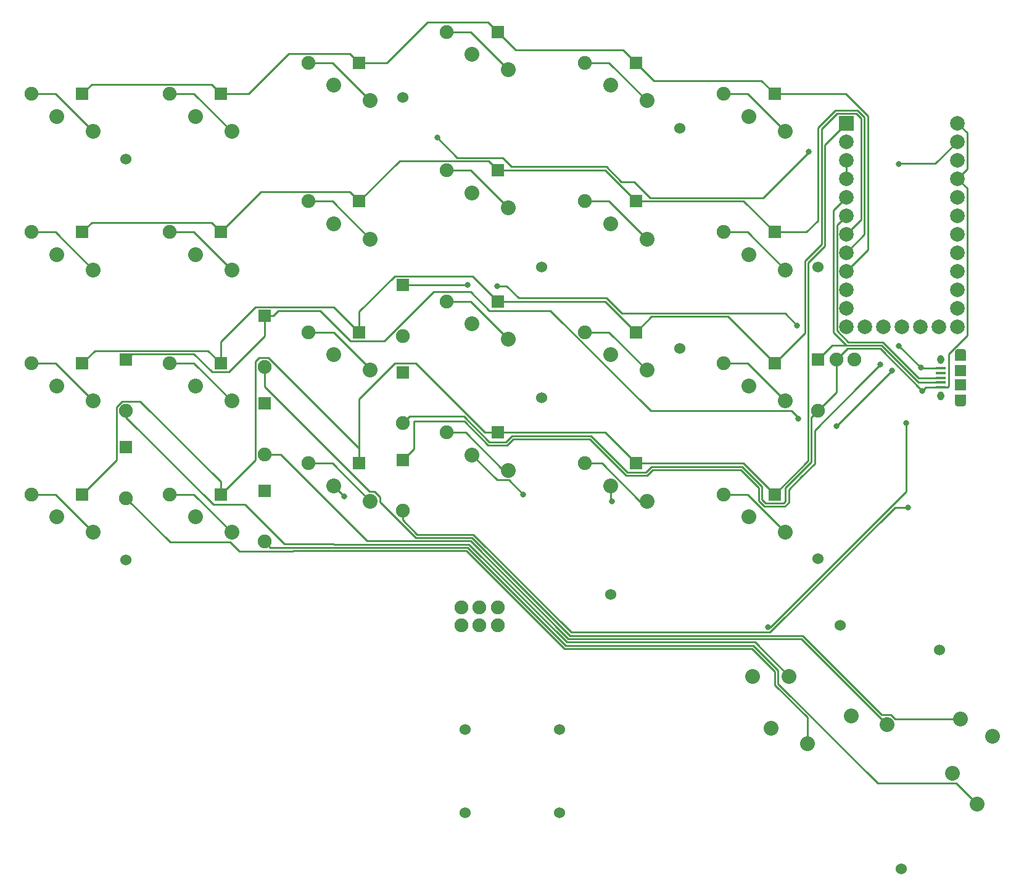
<source format=gbr>
%TF.GenerationSoftware,KiCad,Pcbnew,(6.0.4)*%
%TF.CreationDate,2023-12-12T22:20:10-08:00*%
%TF.ProjectId,keyboard,6b657962-6f61-4726-942e-6b696361645f,v1.0.0*%
%TF.SameCoordinates,Original*%
%TF.FileFunction,Copper,L1,Top*%
%TF.FilePolarity,Positive*%
%FSLAX46Y46*%
G04 Gerber Fmt 4.6, Leading zero omitted, Abs format (unit mm)*
G04 Created by KiCad (PCBNEW (6.0.4)) date 2023-12-12 22:20:10*
%MOMM*%
%LPD*%
G01*
G04 APERTURE LIST*
%TA.AperFunction,ComponentPad*%
%ADD10C,2.032000*%
%TD*%
%TA.AperFunction,ComponentPad*%
%ADD11C,1.524000*%
%TD*%
%TA.AperFunction,ComponentPad*%
%ADD12C,1.905000*%
%TD*%
%TA.AperFunction,ComponentPad*%
%ADD13R,1.778000X1.778000*%
%TD*%
%TA.AperFunction,SMDPad,CuDef*%
%ADD14R,1.350000X0.400000*%
%TD*%
%TA.AperFunction,SMDPad,CuDef*%
%ADD15R,1.550000X1.200000*%
%TD*%
%TA.AperFunction,SMDPad,CuDef*%
%ADD16R,1.550000X1.500000*%
%TD*%
%TA.AperFunction,ComponentPad*%
%ADD17O,1.550000X0.890000*%
%TD*%
%TA.AperFunction,ComponentPad*%
%ADD18O,0.950000X1.250000*%
%TD*%
%TA.AperFunction,ComponentPad*%
%ADD19R,2.000000X2.000000*%
%TD*%
%TA.AperFunction,ComponentPad*%
%ADD20C,2.000000*%
%TD*%
%TA.AperFunction,ViaPad*%
%ADD21C,0.800000*%
%TD*%
%TA.AperFunction,Conductor*%
%ADD22C,0.250000*%
%TD*%
G04 APERTURE END LIST*
D10*
%TO.P,M2,1*%
%TO.N,B5*%
X259074261Y-171395195D03*
%TO.P,M2,2*%
%TO.N,mm_diode*%
X263925739Y-172604805D03*
%TD*%
D11*
%TO.P,,1*%
%TO.N,N/C*%
X159500000Y-150000000D03*
%TD*%
D12*
%TO.P,D28,1*%
%TO.N,inner_thumb*%
X159500000Y-141500000D03*
D13*
%TO.P,D28,2*%
%TO.N,F0*%
X159500000Y-134500000D03*
%TD*%
D11*
%TO.P,,1*%
%TO.N,N/C*%
X265888002Y-192459980D03*
%TD*%
D10*
%TO.P,S6,1*%
%TO.N,pinky_home*%
X174000000Y-128200000D03*
%TO.P,S6,2*%
%TO.N,C7*%
X169000000Y-126100000D03*
%TD*%
D12*
%TO.P,D16,1*%
%TO.N,middle_nums*%
X203500000Y-77500000D03*
D13*
%TO.P,D16,2*%
%TO.N,D7*%
X210500000Y-77500000D03*
%TD*%
D10*
%TO.P,S21,1*%
%TO.N,inner_bottom*%
X250000000Y-146200000D03*
%TO.P,S21,2*%
%TO.N,E6*%
X245000000Y-144100000D03*
%TD*%
%TO.P,S1,1*%
%TO.N,outer_bottom*%
X155000000Y-146200000D03*
%TO.P,S1,2*%
%TO.N,F1*%
X150000000Y-144100000D03*
%TD*%
D12*
%TO.P,D20,1*%
%TO.N,index_nums*%
X222500000Y-81750000D03*
D13*
%TO.P,D20,2*%
%TO.N,D7*%
X229500000Y-81750000D03*
%TD*%
D12*
%TO.P,D36,1*%
%TO.N,VCC*%
X254500000Y-129500000D03*
D13*
%TO.P,D36,2*%
%TO.N,D1*%
X254500000Y-122500000D03*
%TD*%
D12*
%TO.P,D17,1*%
%TO.N,index_bottom*%
X222500000Y-136750000D03*
D13*
%TO.P,D17,2*%
%TO.N,D3*%
X229500000Y-136750000D03*
%TD*%
D12*
%TO.P,D7,1*%
%TO.N,pinky_top*%
X165500000Y-105000000D03*
D13*
%TO.P,D7,2*%
%TO.N,C6*%
X172500000Y-105000000D03*
%TD*%
D12*
%TO.P,D35,0*%
%TO.N,B5*%
X205500000Y-159000000D03*
%TO.P,D35,1*%
%TO.N,B7*%
X208000000Y-159000000D03*
%TO.P,D35,2*%
%TO.N,C7*%
X210500000Y-159000000D03*
%TO.P,D35,3*%
%TO.N,B4*%
X205500000Y-156500000D03*
%TO.P,D35,4*%
%TO.N,E6*%
X208000000Y-156500000D03*
%TO.P,D35,5*%
%TO.N,B6*%
X210500000Y-156500000D03*
%TD*%
D11*
%TO.P,,1*%
%TO.N,N/C*%
X254500000Y-149800000D03*
%TD*%
D12*
%TO.P,D30,1*%
%TO.N,mm_diode*%
X178500000Y-135500000D03*
D13*
%TO.P,D30,2*%
%TO.N,F0*%
X178500000Y-128500000D03*
%TD*%
D11*
%TO.P,,1*%
%TO.N,N/C*%
X206000000Y-184700000D03*
%TD*%
%TO.P,,1*%
%TO.N,N/C*%
X235500000Y-121000000D03*
%TD*%
D12*
%TO.P,D8,1*%
%TO.N,pinky_nums*%
X165500000Y-86000000D03*
D13*
%TO.P,D8,2*%
%TO.N,D7*%
X172500000Y-86000000D03*
%TD*%
D10*
%TO.P,S22,1*%
%TO.N,inner_home*%
X250000000Y-128200000D03*
%TO.P,S22,2*%
%TO.N,E6*%
X245000000Y-126100000D03*
%TD*%
%TO.P,S16,1*%
%TO.N,middle_nums*%
X212000000Y-82700000D03*
%TO.P,S16,2*%
%TO.N,B5*%
X207000000Y-80600000D03*
%TD*%
D12*
%TO.P,D15,1*%
%TO.N,middle_top*%
X203500000Y-96500000D03*
D13*
%TO.P,D15,2*%
%TO.N,C6*%
X210500000Y-96500000D03*
%TD*%
D10*
%TO.P,S7,1*%
%TO.N,pinky_top*%
X174000000Y-110200000D03*
%TO.P,S7,2*%
%TO.N,C7*%
X169000000Y-108100000D03*
%TD*%
D12*
%TO.P,D33,1*%
%TO.N,VCC*%
X197500000Y-131250000D03*
D13*
%TO.P,D33,2*%
%TO.N,D2*%
X197500000Y-124250000D03*
%TD*%
D11*
%TO.P,,1*%
%TO.N,N/C*%
X219000000Y-173300000D03*
%TD*%
D10*
%TO.P,S11,1*%
%TO.N,ring_top*%
X193000000Y-105950000D03*
%TO.P,S11,2*%
%TO.N,B7*%
X188000000Y-103850000D03*
%TD*%
%TO.P,S23,1*%
%TO.N,inner_top*%
X250000000Y-110200000D03*
%TO.P,S23,2*%
%TO.N,E6*%
X245000000Y-108100000D03*
%TD*%
D14*
%TO.P,,1*%
%TO.N,VCC*%
X271315000Y-126300000D03*
%TO.P,,2*%
%TO.N,D1*%
X271315000Y-125650000D03*
%TO.P,,3*%
%TO.N,D0*%
X271315000Y-125000000D03*
%TO.P,,4*%
%TO.N,N/C*%
X271315000Y-124350000D03*
%TO.P,,5*%
%TO.N,GND*%
X271315000Y-123700000D03*
D15*
%TO.P,,6*%
%TO.N,N/C*%
X274015000Y-127900000D03*
D16*
X274015000Y-124000000D03*
X274015000Y-126000000D03*
D17*
X274015000Y-128500000D03*
D18*
X271315000Y-122500000D03*
X271315000Y-127500000D03*
D15*
X274015000Y-122100000D03*
D17*
X274015000Y-121500000D03*
%TD*%
D10*
%TO.P,S18,1*%
%TO.N,index_home*%
X231000000Y-123950000D03*
%TO.P,S18,2*%
%TO.N,B4*%
X226000000Y-121850000D03*
%TD*%
%TO.P,S13,1*%
%TO.N,middle_bottom*%
X212000000Y-137700000D03*
%TO.P,S13,2*%
%TO.N,B5*%
X207000000Y-135600000D03*
%TD*%
D12*
%TO.P,D21,1*%
%TO.N,inner_bottom*%
X241500000Y-141000000D03*
D13*
%TO.P,D21,2*%
%TO.N,D3*%
X248500000Y-141000000D03*
%TD*%
D10*
%TO.P,S10,1*%
%TO.N,ring_home*%
X193000000Y-123950000D03*
%TO.P,S10,2*%
%TO.N,B7*%
X188000000Y-121850000D03*
%TD*%
D12*
%TO.P,D22,1*%
%TO.N,inner_home*%
X241500000Y-123000000D03*
D13*
%TO.P,D22,2*%
%TO.N,D4*%
X248500000Y-123000000D03*
%TD*%
D11*
%TO.P,,1*%
%TO.N,N/C*%
X216500000Y-127750000D03*
%TD*%
D10*
%TO.P,S19,1*%
%TO.N,index_top*%
X231000000Y-105950000D03*
%TO.P,S19,2*%
%TO.N,B4*%
X226000000Y-103850000D03*
%TD*%
D12*
%TO.P,D12,1*%
%TO.N,ring_nums*%
X184500000Y-81750000D03*
D13*
%TO.P,D12,2*%
%TO.N,D7*%
X191500000Y-81750000D03*
%TD*%
D11*
%TO.P,,1*%
%TO.N,N/C*%
X206000000Y-173300000D03*
%TD*%
%TO.P,,1*%
%TO.N,N/C*%
X254500000Y-109750000D03*
%TD*%
D10*
%TO.P,S4,1*%
%TO.N,outer_nums*%
X155000000Y-91200000D03*
%TO.P,S4,2*%
%TO.N,F1*%
X150000000Y-89100000D03*
%TD*%
%TO.P,S20,1*%
%TO.N,index_nums*%
X231000000Y-86950000D03*
%TO.P,S20,2*%
%TO.N,B4*%
X226000000Y-84850000D03*
%TD*%
%TO.P,S9,1*%
%TO.N,ring_bottom*%
X193000000Y-141950000D03*
%TO.P,S9,2*%
%TO.N,B7*%
X188000000Y-139850000D03*
%TD*%
D12*
%TO.P,D19,1*%
%TO.N,index_top*%
X222500000Y-100750000D03*
D13*
%TO.P,D19,2*%
%TO.N,C6*%
X229500000Y-100750000D03*
%TD*%
D11*
%TO.P,,1*%
%TO.N,N/C*%
X257500000Y-159000000D03*
%TD*%
D10*
%TO.P,S17,1*%
%TO.N,index_bottom*%
X231000000Y-141950000D03*
%TO.P,S17,2*%
%TO.N,B4*%
X226000000Y-139850000D03*
%TD*%
D12*
%TO.P,REF\u002A\u002A,1*%
%TO.N,VCC*%
X257000000Y-122500000D03*
%TD*%
D10*
%TO.P,S24,1*%
%TO.N,inner_nums*%
X250000000Y-91200000D03*
%TO.P,S24,2*%
%TO.N,E6*%
X245000000Y-89100000D03*
%TD*%
D12*
%TO.P,D1,1*%
%TO.N,outer_bottom*%
X146500000Y-141000000D03*
D13*
%TO.P,D1,2*%
%TO.N,D3*%
X153500000Y-141000000D03*
%TD*%
D10*
%TO.P,M3,1*%
%TO.N,mr_diode*%
X274009007Y-171861454D03*
%TO.P,M3,2*%
%TO.N,E6*%
X278423745Y-174208812D03*
%TD*%
%TO.P,S25,1*%
%TO.N,inner_thumb*%
X253000000Y-175200000D03*
%TO.P,S25,2*%
%TO.N,B7*%
X248000000Y-173100000D03*
%TD*%
%TO.P,S2,1*%
%TO.N,outer_home*%
X155000000Y-128200000D03*
%TO.P,S2,2*%
%TO.N,F1*%
X150000000Y-126100000D03*
%TD*%
D11*
%TO.P,,1*%
%TO.N,N/C*%
X197500000Y-86500000D03*
%TD*%
%TO.P,,1*%
%TO.N,N/C*%
X216500000Y-109750000D03*
%TD*%
D10*
%TO.P,S3,1*%
%TO.N,outer_top*%
X155000000Y-110200000D03*
%TO.P,S3,2*%
%TO.N,F1*%
X150000000Y-108100000D03*
%TD*%
%TO.P,S14,1*%
%TO.N,middle_home*%
X212000000Y-119700000D03*
%TO.P,S14,2*%
%TO.N,B5*%
X207000000Y-117600000D03*
%TD*%
D12*
%TO.P,D11,1*%
%TO.N,ring_top*%
X184500000Y-100750000D03*
D13*
%TO.P,D11,2*%
%TO.N,C6*%
X191500000Y-100750000D03*
%TD*%
D11*
%TO.P,,1*%
%TO.N,N/C*%
X235500000Y-90750000D03*
%TD*%
D10*
%TO.P,M1,1*%
%TO.N,C7*%
X245500000Y-166000000D03*
%TO.P,M1,2*%
%TO.N,ml_diode*%
X250500000Y-166000000D03*
%TD*%
%TO.P,S5,1*%
%TO.N,pinky_bottom*%
X174000000Y-146200000D03*
%TO.P,S5,2*%
%TO.N,C7*%
X169000000Y-144100000D03*
%TD*%
%TO.P,S26,1*%
%TO.N,far_thumb*%
X276311976Y-183505609D03*
%TO.P,S26,2*%
%TO.N,B4*%
X272883128Y-179304061D03*
%TD*%
D12*
%TO.P,D31,1*%
%TO.N,far_thumb*%
X178500000Y-147500000D03*
D13*
%TO.P,D31,2*%
%TO.N,F0*%
X178500000Y-140500000D03*
%TD*%
D12*
%TO.P,D6,1*%
%TO.N,pinky_home*%
X165500000Y-123000000D03*
D13*
%TO.P,D6,2*%
%TO.N,D4*%
X172500000Y-123000000D03*
%TD*%
D12*
%TO.P,D9,1*%
%TO.N,ring_bottom*%
X184500000Y-136750000D03*
D13*
%TO.P,D9,2*%
%TO.N,D3*%
X191500000Y-136750000D03*
%TD*%
D19*
%TO.P,,1*%
%TO.N,D3*%
X258380000Y-90030000D03*
D20*
%TO.P,,2*%
%TO.N,D2*%
X258380000Y-92570000D03*
%TO.P,,3*%
%TO.N,GND*%
X258380000Y-95110000D03*
%TO.P,,4*%
X258380000Y-97650000D03*
%TO.P,,5*%
%TO.N,D1*%
X258380000Y-100190000D03*
%TO.P,,6*%
%TO.N,D0*%
X258380000Y-102730000D03*
%TO.P,,7*%
%TO.N,D4*%
X258380000Y-105270000D03*
%TO.P,,8*%
%TO.N,C6*%
X258380000Y-107810000D03*
%TO.P,,9*%
%TO.N,D7*%
X258380000Y-110350000D03*
%TO.P,,10*%
%TO.N,E6*%
X258380000Y-112890000D03*
%TO.P,,11*%
%TO.N,B4*%
X258380000Y-115430000D03*
%TO.P,,12*%
%TO.N,B5*%
X258380000Y-117970000D03*
%TO.P,,13*%
%TO.N,B6*%
X273620000Y-117970000D03*
%TO.P,,14*%
%TO.N,B2*%
X273620000Y-115430000D03*
%TO.P,,15*%
%TO.N,B3*%
X273620000Y-112890000D03*
%TO.P,,16*%
%TO.N,B1*%
X273620000Y-110350000D03*
%TO.P,,17*%
%TO.N,F7*%
X273620000Y-107810000D03*
%TO.P,,18*%
%TO.N,F6*%
X273620000Y-105270000D03*
%TO.P,,19*%
%TO.N,F5*%
X273620000Y-102730000D03*
%TO.P,,20*%
%TO.N,F4*%
X273620000Y-100190000D03*
%TO.P,,21*%
%TO.N,VCC*%
X273620000Y-97650000D03*
%TO.P,,22*%
%TO.N,RST*%
X273620000Y-95110000D03*
%TO.P,,23*%
%TO.N,GND*%
X273620000Y-92570000D03*
%TO.P,,24*%
%TO.N,VCC*%
X273620000Y-90030000D03*
%TO.P,,25*%
%TO.N,B7*%
X260920000Y-117970000D03*
%TO.P,,26*%
%TO.N,D5*%
X263460000Y-117970000D03*
%TO.P,,27*%
%TO.N,C7*%
X266000000Y-117970000D03*
%TO.P,,28*%
%TO.N,F1*%
X268540000Y-117970000D03*
%TO.P,,29*%
%TO.N,F0*%
X271080000Y-117970000D03*
%TD*%
D10*
%TO.P,S15,1*%
%TO.N,middle_top*%
X212000000Y-101700000D03*
%TO.P,S15,2*%
%TO.N,B5*%
X207000000Y-99600000D03*
%TD*%
D12*
%TO.P,D13,1*%
%TO.N,middle_bottom*%
X203500000Y-132500000D03*
D13*
%TO.P,D13,2*%
%TO.N,D3*%
X210500000Y-132500000D03*
%TD*%
D12*
%TO.P,D4,1*%
%TO.N,outer_nums*%
X146500000Y-86000000D03*
D13*
%TO.P,D4,2*%
%TO.N,D7*%
X153500000Y-86000000D03*
%TD*%
D12*
%TO.P,D32,1*%
%TO.N,trackpoint_reset*%
X197500000Y-143250000D03*
D13*
%TO.P,D32,2*%
%TO.N,GND*%
X197500000Y-136250000D03*
%TD*%
D12*
%TO.P,D3,1*%
%TO.N,outer_top*%
X146500000Y-105000000D03*
D13*
%TO.P,D3,2*%
%TO.N,C6*%
X153500000Y-105000000D03*
%TD*%
D11*
%TO.P,,1*%
%TO.N,N/C*%
X159500000Y-95000000D03*
%TD*%
%TO.P,,1*%
%TO.N,N/C*%
X219000000Y-184700000D03*
%TD*%
D12*
%TO.P,D24,1*%
%TO.N,inner_nums*%
X241500000Y-86000000D03*
D13*
%TO.P,D24,2*%
%TO.N,D7*%
X248500000Y-86000000D03*
%TD*%
D12*
%TO.P,D10,1*%
%TO.N,ring_home*%
X184500000Y-118750000D03*
D13*
%TO.P,D10,2*%
%TO.N,D4*%
X191500000Y-118750000D03*
%TD*%
D12*
%TO.P,D27,1*%
%TO.N,ml_diode*%
X159500000Y-129500000D03*
D13*
%TO.P,D27,2*%
%TO.N,F0*%
X159500000Y-122500000D03*
%TD*%
D12*
%TO.P,D29,1*%
%TO.N,mr_diode*%
X178500000Y-123500000D03*
D13*
%TO.P,D29,2*%
%TO.N,F0*%
X178500000Y-116500000D03*
%TD*%
D11*
%TO.P,,1*%
%TO.N,N/C*%
X226000000Y-154750000D03*
%TD*%
D12*
%TO.P,D23,1*%
%TO.N,inner_top*%
X241500000Y-105000000D03*
D13*
%TO.P,D23,2*%
%TO.N,C6*%
X248500000Y-105000000D03*
%TD*%
D12*
%TO.P,D14,1*%
%TO.N,middle_home*%
X203500000Y-114500000D03*
D13*
%TO.P,D14,2*%
%TO.N,D4*%
X210500000Y-114500000D03*
%TD*%
D12*
%TO.P,D18,1*%
%TO.N,index_home*%
X222500000Y-118750000D03*
D13*
%TO.P,D18,2*%
%TO.N,D4*%
X229500000Y-118750000D03*
%TD*%
D10*
%TO.P,S12,1*%
%TO.N,ring_nums*%
X193000000Y-86950000D03*
%TO.P,S12,2*%
%TO.N,B7*%
X188000000Y-84850000D03*
%TD*%
D12*
%TO.P,D2,1*%
%TO.N,outer_home*%
X146500000Y-123000000D03*
D13*
%TO.P,D2,2*%
%TO.N,D4*%
X153500000Y-123000000D03*
%TD*%
D12*
%TO.P,D5,1*%
%TO.N,pinky_bottom*%
X165500000Y-141000000D03*
D13*
%TO.P,D5,2*%
%TO.N,D3*%
X172500000Y-141000000D03*
%TD*%
D10*
%TO.P,S8,1*%
%TO.N,pinky_nums*%
X174000000Y-91200000D03*
%TO.P,S8,2*%
%TO.N,C7*%
X169000000Y-89100000D03*
%TD*%
D11*
%TO.P,,1*%
%TO.N,N/C*%
X271114675Y-162394520D03*
%TD*%
D12*
%TO.P,D34,1*%
%TO.N,VCC*%
X197500000Y-119250000D03*
D13*
%TO.P,D34,2*%
%TO.N,D5*%
X197500000Y-112250000D03*
%TD*%
D12*
%TO.P,REF\u002A\u002A,1*%
%TO.N,trackpoint_reset*%
X259500000Y-122500000D03*
%TD*%
D21*
%TO.N,B7*%
X189485184Y-141285184D03*
%TO.N,B5*%
X214000000Y-141000000D03*
%TO.N,B4*%
X226214461Y-141985539D03*
%TO.N,F0*%
X251800000Y-130600000D03*
X257000000Y-131600000D03*
X264600000Y-124000000D03*
%TO.N,GND*%
X268600000Y-123600000D03*
X265601161Y-95626739D03*
X263000000Y-123200000D03*
X265600000Y-120600000D03*
%TO.N,VCC*%
X268800000Y-126800000D03*
%TO.N,D2*%
X253200000Y-94000000D03*
X202200000Y-92000000D03*
%TO.N,D5*%
X251600000Y-117800000D03*
X210400000Y-112400000D03*
X206350000Y-112250000D03*
%TO.N,B6*%
X247592570Y-159218550D03*
X266600000Y-131200000D03*
%TO.N,trackpoint_reset*%
X266800000Y-142800000D03*
%TD*%
D22*
%TO.N,outer_bottom*%
X146500000Y-141000000D02*
X149800000Y-141000000D01*
X149800000Y-141000000D02*
X155000000Y-146200000D01*
%TO.N,outer_home*%
X149800000Y-123000000D02*
X155000000Y-128200000D01*
X146500000Y-123000000D02*
X149800000Y-123000000D01*
%TO.N,outer_top*%
X149800000Y-105000000D02*
X155000000Y-110200000D01*
X146500000Y-105000000D02*
X149800000Y-105000000D01*
%TO.N,outer_nums*%
X149800000Y-86000000D02*
X155000000Y-91200000D01*
X146500000Y-86000000D02*
X149800000Y-86000000D01*
%TO.N,pinky_bottom*%
X165500000Y-141000000D02*
X168800000Y-141000000D01*
X168800000Y-141000000D02*
X174000000Y-146200000D01*
%TO.N,pinky_home*%
X165500000Y-123000000D02*
X168800000Y-123000000D01*
X168800000Y-123000000D02*
X174000000Y-128200000D01*
%TO.N,pinky_top*%
X168800000Y-105000000D02*
X174000000Y-110200000D01*
X165500000Y-105000000D02*
X168800000Y-105000000D01*
%TO.N,pinky_nums*%
X168800000Y-86000000D02*
X174000000Y-91200000D01*
X165500000Y-86000000D02*
X168800000Y-86000000D01*
%TO.N,ring_bottom*%
X184500000Y-136750000D02*
X187800000Y-136750000D01*
X187800000Y-136750000D02*
X193000000Y-141950000D01*
%TO.N,B7*%
X189435184Y-141285184D02*
X188000000Y-139850000D01*
X189485184Y-141285184D02*
X189435184Y-141285184D01*
%TO.N,ring_home*%
X187968978Y-118750000D02*
X193000000Y-123781022D01*
X184500000Y-118750000D02*
X187968978Y-118750000D01*
X193000000Y-123781022D02*
X193000000Y-123950000D01*
%TO.N,ring_top*%
X187800000Y-100750000D02*
X193000000Y-105950000D01*
X184500000Y-100750000D02*
X187800000Y-100750000D01*
%TO.N,ring_nums*%
X187800000Y-81750000D02*
X193000000Y-86950000D01*
X184500000Y-81750000D02*
X187800000Y-81750000D01*
%TO.N,middle_bottom*%
X206100000Y-132500000D02*
X211300000Y-137700000D01*
X203500000Y-132500000D02*
X206100000Y-132500000D01*
X211300000Y-137700000D02*
X212000000Y-137700000D01*
%TO.N,B5*%
X212040511Y-139040511D02*
X210440511Y-139040511D01*
X214000000Y-141000000D02*
X212040511Y-139040511D01*
X210440511Y-139040511D02*
X207000000Y-135600000D01*
%TO.N,middle_home*%
X203500000Y-114500000D02*
X206800000Y-114500000D01*
X206800000Y-114500000D02*
X212000000Y-119700000D01*
%TO.N,middle_top*%
X203500000Y-96500000D02*
X206800000Y-96500000D01*
X206800000Y-96500000D02*
X212000000Y-101700000D01*
%TO.N,middle_nums*%
X206800000Y-77500000D02*
X212000000Y-82700000D01*
X203500000Y-77500000D02*
X206800000Y-77500000D01*
%TO.N,index_bottom*%
X229995770Y-141950000D02*
X231000000Y-141950000D01*
X222500000Y-136750000D02*
X224795770Y-136750000D01*
X224795770Y-136750000D02*
X229995770Y-141950000D01*
%TO.N,B4*%
X226000000Y-141771078D02*
X226000000Y-139850000D01*
X226214461Y-141985539D02*
X226000000Y-141771078D01*
%TO.N,index_home*%
X225800000Y-118750000D02*
X231000000Y-123950000D01*
X222500000Y-118750000D02*
X225800000Y-118750000D01*
%TO.N,index_top*%
X225800000Y-100750000D02*
X231000000Y-105950000D01*
X222500000Y-100750000D02*
X225800000Y-100750000D01*
%TO.N,index_nums*%
X225800000Y-81750000D02*
X231000000Y-86950000D01*
X222500000Y-81750000D02*
X225800000Y-81750000D01*
%TO.N,inner_bottom*%
X244800000Y-141000000D02*
X250000000Y-146200000D01*
X241500000Y-141000000D02*
X244800000Y-141000000D01*
%TO.N,inner_home*%
X241500000Y-123000000D02*
X244800000Y-123000000D01*
X244800000Y-123000000D02*
X250000000Y-128200000D01*
%TO.N,inner_top*%
X244800000Y-105000000D02*
X250000000Y-110200000D01*
X241500000Y-105000000D02*
X244800000Y-105000000D01*
%TO.N,inner_nums*%
X241500000Y-86000000D02*
X244800000Y-86000000D01*
X244800000Y-86000000D02*
X250000000Y-91200000D01*
%TO.N,inner_thumb*%
X175033008Y-148800000D02*
X173773519Y-147540511D01*
X248550480Y-165321916D02*
X245428564Y-162200000D01*
X182451440Y-148748560D02*
X182400000Y-148800000D01*
X245428564Y-162200000D02*
X219657128Y-162200000D01*
X165540511Y-147540511D02*
X159500000Y-141500000D01*
X219657128Y-162200000D02*
X206205688Y-148748560D01*
X206205688Y-148748560D02*
X182451440Y-148748560D01*
X253000000Y-171635718D02*
X248550480Y-167186197D01*
X248550480Y-167186197D02*
X248550480Y-165321916D01*
X173773519Y-147540511D02*
X165540511Y-147540511D01*
X253000000Y-175200000D02*
X253000000Y-171635718D01*
X182400000Y-148800000D02*
X175033008Y-148800000D01*
%TO.N,far_thumb*%
X178500000Y-147500000D02*
X179299040Y-148299040D01*
X249000000Y-167000000D02*
X262644572Y-180644572D01*
X273450939Y-180644572D02*
X276311976Y-183505609D01*
X179299040Y-148299040D02*
X206391886Y-148299040D01*
X245612842Y-161748560D02*
X249000000Y-165135718D01*
X219841406Y-161748560D02*
X245612842Y-161748560D01*
X249000000Y-165135718D02*
X249000000Y-167000000D01*
X262644572Y-180644572D02*
X273450939Y-180644572D01*
X206391886Y-148299040D02*
X219841406Y-161748560D01*
%TO.N,D3*%
X172500000Y-141000000D02*
X177222989Y-136277011D01*
X255400000Y-106877848D02*
X255400000Y-93010000D01*
X191500000Y-136750000D02*
X191500000Y-127900000D01*
X248500000Y-141000000D02*
X253105479Y-136394521D01*
X158971044Y-128222989D02*
X161455997Y-128222989D01*
X191500000Y-127900000D02*
X196400000Y-123000000D01*
X172500000Y-139266992D02*
X172500000Y-141000000D01*
X199266992Y-123000000D02*
X208766992Y-132500000D01*
X177777011Y-122222989D02*
X179028956Y-122222989D01*
X177222989Y-136277011D02*
X177222989Y-122777011D01*
X158222989Y-136277011D02*
X158222989Y-128971044D01*
X253105479Y-136394521D02*
X253105479Y-109172369D01*
X255400000Y-93010000D02*
X258380000Y-90030000D01*
X253105479Y-109172369D02*
X255400000Y-106877848D01*
X177222989Y-122777011D02*
X177777011Y-122222989D01*
X161455997Y-128222989D02*
X172500000Y-139266992D01*
X196400000Y-123000000D02*
X199266992Y-123000000D01*
X179028956Y-122222989D02*
X191500000Y-134694033D01*
X208766992Y-132500000D02*
X210500000Y-132500000D01*
X158222989Y-128971044D02*
X158971044Y-128222989D01*
X225250000Y-132500000D02*
X229500000Y-136750000D01*
X153500000Y-141000000D02*
X158222989Y-136277011D01*
X191500000Y-134694033D02*
X191500000Y-136750000D01*
X229500000Y-136750000D02*
X244250000Y-136750000D01*
X210500000Y-132500000D02*
X225250000Y-132500000D01*
X244250000Y-136750000D02*
X248500000Y-141000000D01*
%TO.N,D4*%
X248500000Y-123000000D02*
X242105479Y-116605479D01*
X225250000Y-114500000D02*
X210500000Y-114500000D01*
X252655959Y-118844041D02*
X252655959Y-108986172D01*
X210500000Y-114500000D02*
X207036489Y-111036489D01*
X170773469Y-121273469D02*
X155226531Y-121273469D01*
X207036489Y-111036489D02*
X196363511Y-111036489D01*
X188036489Y-115286489D02*
X177286489Y-115286489D01*
X196363511Y-111036489D02*
X191500000Y-115900000D01*
X191500000Y-118750000D02*
X188036489Y-115286489D01*
X172500000Y-120072978D02*
X172500000Y-123000000D01*
X155226531Y-121273469D02*
X153500000Y-123000000D01*
X254950480Y-106691651D02*
X254950480Y-90810498D01*
X254950480Y-90810498D02*
X257055489Y-88705489D01*
X260400000Y-103250000D02*
X258380000Y-105270000D01*
X231644521Y-116605479D02*
X229500000Y-118750000D01*
X177286489Y-115286489D02*
X172500000Y-120072978D01*
X260400000Y-89400000D02*
X260400000Y-103250000D01*
X259705489Y-88705489D02*
X260400000Y-89400000D01*
X229500000Y-118750000D02*
X225250000Y-114500000D01*
X248500000Y-123000000D02*
X252655959Y-118844041D01*
X257055489Y-88705489D02*
X259705489Y-88705489D01*
X242105479Y-116605479D02*
X231644521Y-116605479D01*
X172500000Y-123000000D02*
X170773469Y-121273469D01*
X191500000Y-115900000D02*
X191500000Y-118750000D01*
X252655959Y-108986172D02*
X254950480Y-106691651D01*
%TO.N,C6*%
X254500960Y-90624301D02*
X256869292Y-88255969D01*
X252900960Y-105000000D02*
X254500960Y-103400000D01*
X171222989Y-103722989D02*
X172500000Y-105000000D01*
X154777011Y-103722989D02*
X171222989Y-103722989D01*
X153500000Y-105000000D02*
X154777011Y-103722989D01*
X178027011Y-99472989D02*
X190222989Y-99472989D01*
X225250000Y-96500000D02*
X229500000Y-100750000D01*
X229500000Y-100750000D02*
X244250000Y-100750000D01*
X260849520Y-89213802D02*
X260849520Y-105340480D01*
X260849520Y-105340480D02*
X258380000Y-107810000D01*
X209222989Y-95222989D02*
X210500000Y-96500000D01*
X172500000Y-105000000D02*
X178027011Y-99472989D01*
X259891687Y-88255969D02*
X260849520Y-89213802D01*
X244250000Y-100750000D02*
X248500000Y-105000000D01*
X254500960Y-103400000D02*
X254500960Y-90624301D01*
X248500000Y-105000000D02*
X252900960Y-105000000D01*
X190222989Y-99472989D02*
X191500000Y-100750000D01*
X210500000Y-96500000D02*
X225250000Y-96500000D01*
X197027011Y-95222989D02*
X209222989Y-95222989D01*
X256869292Y-88255969D02*
X259891687Y-88255969D01*
X191500000Y-100750000D02*
X197027011Y-95222989D01*
%TO.N,D7*%
X153500000Y-86000000D02*
X154777011Y-84722989D01*
X190222989Y-80472989D02*
X191500000Y-81750000D01*
X176282163Y-86000000D02*
X181809174Y-80472989D01*
X261299040Y-89027605D02*
X261299040Y-107430960D01*
X209200000Y-76200000D02*
X210500000Y-77500000D01*
X191500000Y-81750000D02*
X195282163Y-81750000D01*
X210500000Y-77500000D02*
X213000000Y-80000000D01*
X171222989Y-84722989D02*
X172500000Y-86000000D01*
X246699520Y-84199520D02*
X248500000Y-86000000D01*
X261299040Y-107430960D02*
X258380000Y-110350000D01*
X154777011Y-84722989D02*
X171222989Y-84722989D01*
X229500000Y-81750000D02*
X231949520Y-84199520D01*
X258271434Y-86000000D02*
X261299040Y-89027605D01*
X231949520Y-84199520D02*
X246699520Y-84199520D01*
X195282163Y-81750000D02*
X200832163Y-76200000D01*
X181809174Y-80472989D02*
X190222989Y-80472989D01*
X227750000Y-80000000D02*
X229500000Y-81750000D01*
X248500000Y-86000000D02*
X258271434Y-86000000D01*
X213000000Y-80000000D02*
X227750000Y-80000000D01*
X200832163Y-76200000D02*
X209200000Y-76200000D01*
X172500000Y-86000000D02*
X176282163Y-86000000D01*
%TO.N,F0*%
X194980522Y-119963511D02*
X201744033Y-113200000D01*
X171299509Y-124226531D02*
X173573469Y-124226531D01*
X168795967Y-121722989D02*
X171299509Y-124226531D01*
X217744033Y-115800000D02*
X231484544Y-129540511D01*
X173573469Y-124226531D02*
X178500000Y-119300000D01*
X178500000Y-116500000D02*
X179700000Y-116500000D01*
X206772978Y-113200000D02*
X209372978Y-115800000D01*
X190286489Y-119963511D02*
X194980522Y-119963511D01*
X179700000Y-116500000D02*
X180400000Y-115800000D01*
X159500000Y-122500000D02*
X160277011Y-121722989D01*
X180400000Y-115800000D02*
X186122978Y-115800000D01*
X209372978Y-115800000D02*
X217744033Y-115800000D01*
X201744033Y-113200000D02*
X206772978Y-113200000D01*
X257000000Y-131600000D02*
X264600000Y-124000000D01*
X231484544Y-129540511D02*
X250859489Y-129540511D01*
X178500000Y-119300000D02*
X178500000Y-116500000D01*
X160277011Y-121722989D02*
X168795967Y-121722989D01*
X251800000Y-130481022D02*
X251800000Y-130600000D01*
X250859489Y-129540511D02*
X251800000Y-130481022D01*
X186122978Y-115800000D02*
X190286489Y-119963511D01*
%TO.N,GND*%
X228100292Y-138413031D02*
X231022687Y-138413031D01*
X223118630Y-133431370D02*
X228100292Y-138413031D01*
X268600000Y-123600000D02*
X265600000Y-120600000D01*
X212631370Y-133431370D02*
X223118630Y-133431370D01*
X270590000Y-95600000D02*
X273620000Y-92570000D01*
X258380000Y-95110000D02*
X258380000Y-97650000D01*
X231022687Y-138413031D02*
X231786677Y-137649040D01*
X254004519Y-136766915D02*
X254004519Y-132200000D01*
X246350480Y-141913220D02*
X247100292Y-142663031D01*
X209186781Y-134249520D02*
X211813220Y-134249520D01*
X254004519Y-132200000D02*
X260204519Y-126000000D01*
X250449520Y-140321916D02*
X252171435Y-138600000D01*
X260204519Y-125995481D02*
X263000000Y-123200000D01*
X249899709Y-142663031D02*
X250449520Y-142113219D01*
X260204519Y-126000000D02*
X260204519Y-125995481D01*
X211813220Y-134249520D02*
X212631370Y-133431370D01*
X246350480Y-140121916D02*
X246350480Y-141913220D01*
X268700000Y-123700000D02*
X271315000Y-123700000D01*
X197500000Y-136250000D02*
X199000000Y-134750000D01*
X243877604Y-137649040D02*
X246350480Y-140121916D01*
X252171435Y-138600000D02*
X254004519Y-136766915D01*
X199000000Y-134750000D02*
X199000000Y-131000000D01*
X268600000Y-123600000D02*
X268700000Y-123700000D01*
X265627900Y-95600000D02*
X270590000Y-95600000D01*
X265601161Y-95626739D02*
X265627900Y-95600000D01*
X205937260Y-131000000D02*
X209186781Y-134249520D01*
X247100292Y-142663031D02*
X249899709Y-142663031D01*
X231786677Y-137649040D02*
X243877604Y-137649040D01*
X199000000Y-131000000D02*
X205937260Y-131000000D01*
X250449520Y-142113219D02*
X250449520Y-140321916D01*
%TO.N,VCC*%
X209372978Y-133800000D02*
X211627022Y-133800000D01*
X272240000Y-126300000D02*
X271315000Y-126300000D01*
X212477502Y-132949520D02*
X223272498Y-132949520D01*
X272400000Y-121696735D02*
X272400000Y-126140000D01*
X231600480Y-137199520D02*
X244063802Y-137199520D01*
X253554999Y-136580718D02*
X253554999Y-130445001D01*
X246800000Y-139935718D02*
X246800000Y-141727022D01*
X211627022Y-133800000D02*
X212477502Y-132949520D01*
X223272498Y-132949520D02*
X228286489Y-137963511D01*
X263000000Y-121000000D02*
X258500000Y-121000000D01*
X230836489Y-137963511D02*
X231600480Y-137199520D01*
X257000000Y-122500000D02*
X257000000Y-127000000D01*
X253554999Y-130445001D02*
X254500000Y-129500000D01*
X274944511Y-96325489D02*
X273620000Y-97650000D01*
X272400000Y-126140000D02*
X272240000Y-126300000D01*
X247286489Y-142213511D02*
X249713511Y-142213511D01*
X250000000Y-140135718D02*
X253554999Y-136580718D01*
X268800000Y-126800000D02*
X269300000Y-126300000D01*
X274944511Y-98974511D02*
X274944511Y-119152224D01*
X274944511Y-119152224D02*
X272400000Y-121696735D01*
X249713511Y-142213511D02*
X250000000Y-141927022D01*
X197500000Y-131250000D02*
X198452500Y-130297500D01*
X268800000Y-126800000D02*
X263000000Y-121000000D01*
X244063802Y-137199520D02*
X246800000Y-139935718D01*
X250000000Y-141927022D02*
X250000000Y-140135718D01*
X258500000Y-121000000D02*
X257000000Y-122500000D01*
X269300000Y-126300000D02*
X271315000Y-126300000D01*
X273620000Y-90030000D02*
X274944511Y-91354511D01*
X246800000Y-141727022D02*
X247286489Y-142213511D01*
X274944511Y-91354511D02*
X274944511Y-96325489D01*
X228286489Y-137963511D02*
X230836489Y-137963511D01*
X198452500Y-130297500D02*
X205870478Y-130297500D01*
X273620000Y-97650000D02*
X274944511Y-98974511D01*
X205870478Y-130297500D02*
X209372978Y-133800000D01*
X257000000Y-127000000D02*
X254500000Y-129500000D01*
%TO.N,D2*%
X211200491Y-94773469D02*
X204973469Y-94773469D01*
X212427022Y-96000000D02*
X211200491Y-94773469D01*
X231400000Y-100300480D02*
X229206661Y-98107141D01*
X229206661Y-98107141D02*
X227492859Y-98107141D01*
X204973469Y-94773469D02*
X202200000Y-92000000D01*
X246932528Y-100300480D02*
X231400000Y-100300480D01*
X225385717Y-96000000D02*
X212427022Y-96000000D01*
X227492859Y-98107141D02*
X225385717Y-96000000D01*
X253200000Y-94000000D02*
X253200000Y-94033008D01*
X253200000Y-94033008D02*
X246932528Y-100300480D01*
%TO.N,D1*%
X263186197Y-120550480D02*
X258350480Y-120550480D01*
X258350480Y-120550480D02*
X256449520Y-120550480D01*
X268285718Y-125650000D02*
X263186197Y-120550480D01*
X256600000Y-118800000D02*
X256600000Y-101970000D01*
X271315000Y-125650000D02*
X268285718Y-125650000D01*
X256449520Y-120550480D02*
X254500000Y-122500000D01*
X256600000Y-101970000D02*
X258380000Y-100190000D01*
X258350480Y-120550480D02*
X256600000Y-118800000D01*
%TO.N,D0*%
X263372394Y-120100960D02*
X258637817Y-120100960D01*
X258637817Y-120100960D02*
X257055489Y-118518632D01*
X257055489Y-118518632D02*
X257055489Y-104054511D01*
X268271436Y-125000000D02*
X263372394Y-120100960D01*
X271315000Y-125000000D02*
X268271436Y-125000000D01*
X257055489Y-104054511D02*
X258380000Y-102730000D01*
%TO.N,D5*%
X197500000Y-112250000D02*
X206350000Y-112250000D01*
X249955959Y-116155959D02*
X227541676Y-116155959D01*
X227541676Y-116155959D02*
X225436197Y-114050480D01*
X211749520Y-112400000D02*
X210400000Y-112400000D01*
X251600000Y-117800000D02*
X249955959Y-116155959D01*
X206550000Y-112250000D02*
X206600000Y-112200000D01*
X213400000Y-114050480D02*
X211749520Y-112400000D01*
X206350000Y-112250000D02*
X206550000Y-112250000D01*
X225436197Y-114050480D02*
X213400000Y-114050480D01*
%TO.N,B6*%
X266600000Y-131200000D02*
X266600000Y-140600000D01*
X266600000Y-140600000D02*
X247981450Y-159218550D01*
X247981450Y-159218550D02*
X247592570Y-159218550D01*
%TO.N,ml_diode*%
X206578084Y-147849520D02*
X188010499Y-147849520D01*
X250500000Y-166000000D02*
X245799040Y-161299040D01*
X188000000Y-147839021D02*
X181239021Y-147839021D01*
X175800000Y-142400000D02*
X171472978Y-142400000D01*
X220027604Y-161299040D02*
X206578084Y-147849520D01*
X159500000Y-130427022D02*
X159500000Y-129500000D01*
X181239021Y-147839021D02*
X175800000Y-142400000D01*
X245799040Y-161299040D02*
X220027604Y-161299040D01*
X171472978Y-142400000D02*
X159500000Y-130427022D01*
X188010499Y-147849520D02*
X188000000Y-147839021D01*
%TO.N,mm_diode*%
X180704323Y-135500000D02*
X192604323Y-147400000D01*
X220213802Y-160849520D02*
X252170454Y-160849520D01*
X192604323Y-147400000D02*
X206764282Y-147400000D01*
X178500000Y-135500000D02*
X180704323Y-135500000D01*
X206764282Y-147400000D02*
X220213802Y-160849520D01*
X252170454Y-160849520D02*
X263925739Y-172604805D01*
%TO.N,mr_diode*%
X264480998Y-171264294D02*
X263220946Y-171264294D01*
X194340511Y-141394741D02*
X193555259Y-140609489D01*
X252356652Y-160400000D02*
X220400000Y-160400000D01*
X192932467Y-140609489D02*
X178500000Y-126177022D01*
X274009007Y-171861454D02*
X265078158Y-171861454D01*
X220400000Y-160400000D02*
X206950480Y-146950480D01*
X199273458Y-146950480D02*
X194340511Y-142017533D01*
X194340511Y-142017533D02*
X194340511Y-141394741D01*
X206950480Y-146950480D02*
X199273458Y-146950480D01*
X178500000Y-126177022D02*
X178500000Y-123500000D01*
X265078158Y-171861454D02*
X264480998Y-171264294D01*
X263220946Y-171264294D02*
X252356652Y-160400000D01*
X193555259Y-140609489D02*
X192932467Y-140609489D01*
%TO.N,trackpoint_reset*%
X247885238Y-159950480D02*
X265035718Y-142800000D01*
X220586198Y-159950480D02*
X247885238Y-159950480D01*
X197500000Y-143250000D02*
X197500000Y-144541304D01*
X199459656Y-146500960D02*
X207136678Y-146500960D01*
X197500000Y-144541304D02*
X199459656Y-146500960D01*
X207136678Y-146500960D02*
X220586198Y-159950480D01*
X265035718Y-142800000D02*
X266800000Y-142800000D01*
%TD*%
M02*

</source>
